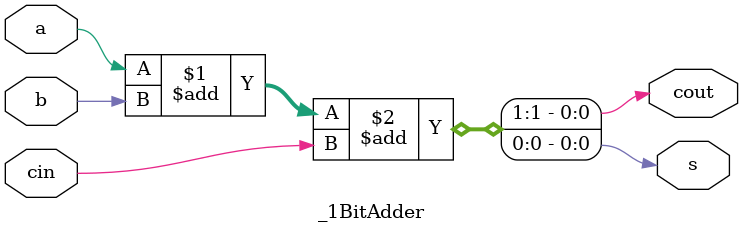
<source format=v>
`timescale 1ns / 1ps


module _1BitAdder(

    input a, 
    input b, 
    input cin,
    output cout, 
    output s
    );

    assign {cout, s} = a + b + cin;

endmodule

</source>
